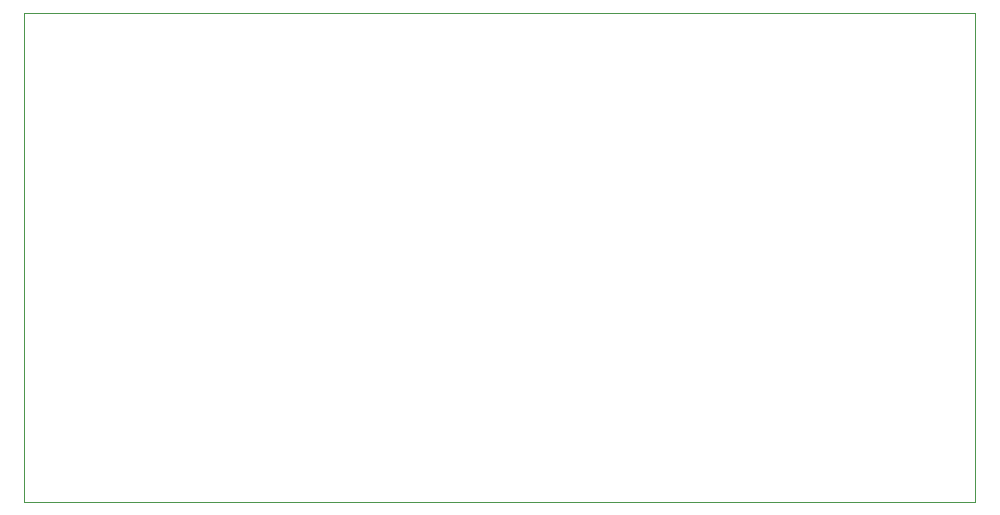
<source format=gm1>
G04 #@! TF.GenerationSoftware,KiCad,Pcbnew,6.0.0-d3dd2cf0fa~116~ubuntu20.04.1*
G04 #@! TF.CreationDate,2021-12-31T12:13:55+00:00*
G04 #@! TF.ProjectId,videopac_rgb,76696465-6f70-4616-935f-7267622e6b69,rev?*
G04 #@! TF.SameCoordinates,Original*
G04 #@! TF.FileFunction,Profile,NP*
%FSLAX46Y46*%
G04 Gerber Fmt 4.6, Leading zero omitted, Abs format (unit mm)*
G04 Created by KiCad (PCBNEW 6.0.0-d3dd2cf0fa~116~ubuntu20.04.1) date 2021-12-31 12:13:55*
%MOMM*%
%LPD*%
G01*
G04 APERTURE LIST*
G04 #@! TA.AperFunction,Profile*
%ADD10C,0.100000*%
G04 #@! TD*
G04 APERTURE END LIST*
D10*
X110363000Y-13335000D02*
X29845000Y-13335000D01*
X29845000Y-13335000D02*
X29845000Y-54737000D01*
X29845000Y-54737000D02*
X110363000Y-54737000D01*
X110363000Y-54737000D02*
X110363000Y-13335000D01*
M02*

</source>
